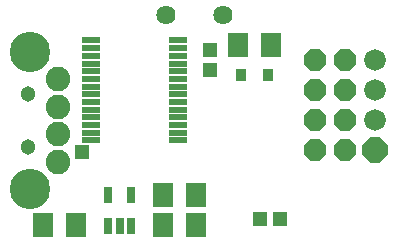
<source format=gbs>
G75*
%MOIN*%
%OFA0B0*%
%FSLAX25Y25*%
%IPPOS*%
%LPD*%
%AMOC8*
5,1,8,0,0,1.08239X$1,22.5*
%
%ADD10R,0.07099X0.07887*%
%ADD11R,0.03280X0.04068*%
%ADD12C,0.08200*%
%ADD13C,0.13461*%
%ADD14C,0.05131*%
%ADD15R,0.05131X0.04737*%
%ADD16R,0.04737X0.05131*%
%ADD17R,0.02965X0.05524*%
%ADD18R,0.06300X0.02170*%
%ADD19C,0.06400*%
%ADD20OC8,0.07400*%
%ADD21C,0.07200*%
%ADD22OC8,0.08400*%
%ADD23R,0.05162X0.05162*%
D10*
X0075967Y0016500D03*
X0086991Y0016500D03*
X0115967Y0016500D03*
X0126991Y0016500D03*
X0126991Y0026500D03*
X0115967Y0026500D03*
X0140967Y0076500D03*
X0151991Y0076500D03*
D11*
X0151006Y0066500D03*
X0141951Y0066500D03*
D12*
X0080928Y0065280D03*
X0080928Y0055937D03*
X0080928Y0047063D03*
X0080928Y0037720D03*
D13*
X0071479Y0028665D03*
X0071479Y0074335D03*
D14*
X0071085Y0060358D03*
X0071085Y0042642D03*
D15*
X0148132Y0018500D03*
X0154825Y0018500D03*
D16*
X0131479Y0068154D03*
X0131479Y0074846D03*
D17*
X0105219Y0026619D03*
X0097739Y0026619D03*
X0097739Y0016381D03*
X0101479Y0016381D03*
X0105219Y0016381D03*
D18*
X0092085Y0044866D03*
X0092085Y0047425D03*
X0092085Y0049984D03*
X0092085Y0052543D03*
X0092085Y0055102D03*
X0092085Y0057661D03*
X0092085Y0060220D03*
X0092085Y0062780D03*
X0092085Y0065339D03*
X0092085Y0067898D03*
X0092085Y0070457D03*
X0092085Y0073016D03*
X0092085Y0075575D03*
X0092085Y0078134D03*
X0120872Y0078134D03*
X0120872Y0075575D03*
X0120872Y0073016D03*
X0120872Y0070457D03*
X0120872Y0067898D03*
X0120872Y0065339D03*
X0120872Y0062780D03*
X0120872Y0060220D03*
X0120872Y0057661D03*
X0120872Y0055102D03*
X0120872Y0052543D03*
X0120872Y0049984D03*
X0120872Y0047425D03*
X0120872Y0044866D03*
D19*
X0116979Y0086500D03*
X0135979Y0086500D03*
D20*
X0166479Y0071500D03*
X0176479Y0071500D03*
X0176479Y0061500D03*
X0166479Y0061500D03*
X0166479Y0051500D03*
X0176479Y0051500D03*
X0176479Y0041500D03*
X0166479Y0041500D03*
D21*
X0186479Y0051500D03*
X0186479Y0061500D03*
X0186479Y0071500D03*
D22*
X0186479Y0041500D03*
D23*
X0088979Y0041000D03*
M02*

</source>
